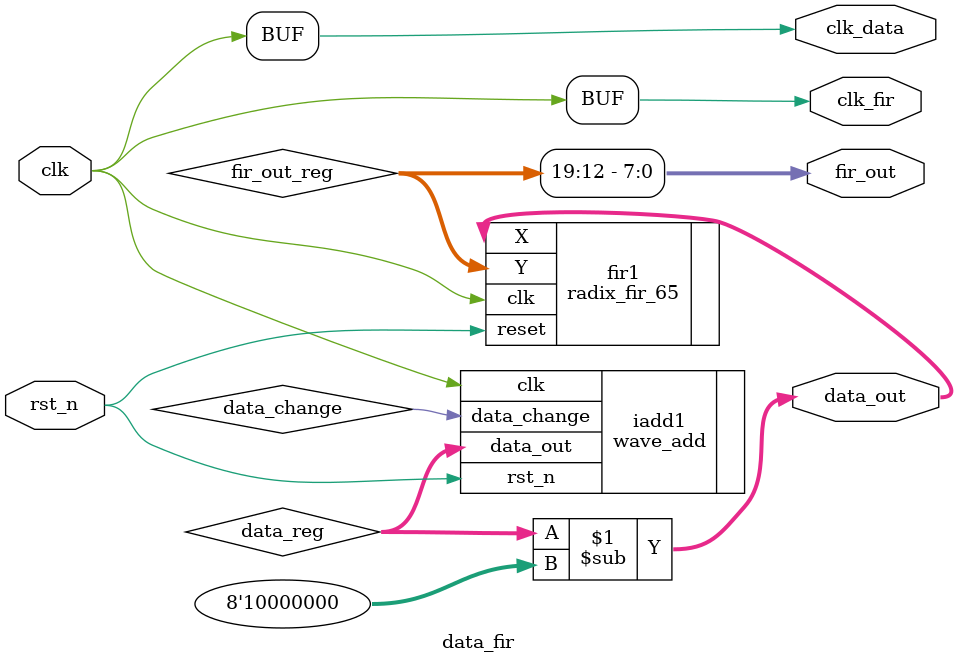
<source format=v>

module data_fir(clk,rst_n,data_out,clk_data,fir_out,clk_fir);
`define OUT_WIDTH 8
`define FIR_OUT_SIZE 23

input clk;      //定义系统时钟
input rst_n;    //复位信号
output [`OUT_WIDTH-1:0] data_out;      //输出波形数据
output [`OUT_WIDTH-1:0] fir_out;      //输出波形数据
output clk_data;      //输出波形数据时钟
output clk_fir;      //输出波形数据时钟

assign clk_data = clk;
assign clk_fir = clk;

wire data_change;
wire data_change1,data_change2;          //波形数据发生改变标志位
wire [`OUT_WIDTH-1:0] data_reg;      //输出波形数据

wave_add 
 #( .fword1(10'd8), .fword2(10'd41))
iadd1 (
	.clk(clk),
	.rst_n(rst_n),
	.data_change(data_change),
	.data_out(data_reg)
);
assign data_out = data_reg - `OUT_WIDTH'd128;//数据滤波前先归一化为有符号数

wire [`FIR_OUT_SIZE-1:0] fir_out_reg;
radix_fir_65 fir1(
	.clk(clk),
	.reset(rst_n),
	.X(data_out),
	.Y(fir_out_reg)
	);
assign fir_out = fir_out_reg>>(`FIR_OUT_SIZE - `OUT_WIDTH - 3);//移位,去除HN的放大作用

endmodule 
</source>
